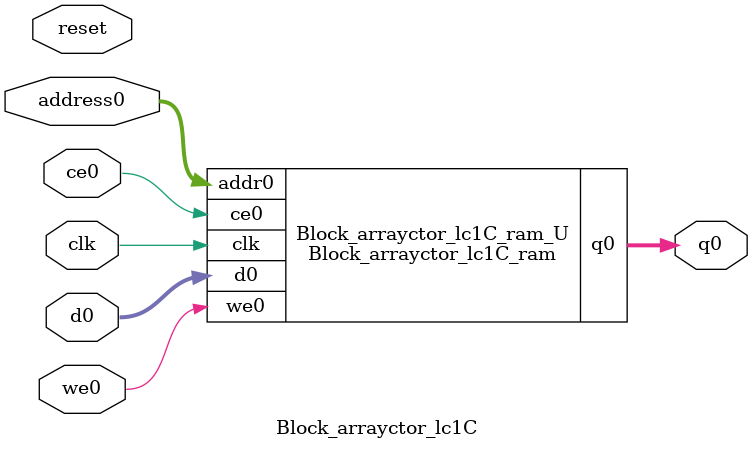
<source format=v>
`timescale 1 ns / 1 ps
module Block_arrayctor_lc1C_ram (addr0, ce0, d0, we0, q0,  clk);

parameter DWIDTH = 5;
parameter AWIDTH = 5;
parameter MEM_SIZE = 32;

input[AWIDTH-1:0] addr0;
input ce0;
input[DWIDTH-1:0] d0;
input we0;
output reg[DWIDTH-1:0] q0;
input clk;

(* ram_style = "distributed" *)reg [DWIDTH-1:0] ram[0:MEM_SIZE-1];




always @(posedge clk)  
begin 
    if (ce0) begin
        if (we0) 
            ram[addr0] <= d0; 
        q0 <= ram[addr0];
    end
end


endmodule

`timescale 1 ns / 1 ps
module Block_arrayctor_lc1C(
    reset,
    clk,
    address0,
    ce0,
    we0,
    d0,
    q0);

parameter DataWidth = 32'd5;
parameter AddressRange = 32'd32;
parameter AddressWidth = 32'd5;
input reset;
input clk;
input[AddressWidth - 1:0] address0;
input ce0;
input we0;
input[DataWidth - 1:0] d0;
output[DataWidth - 1:0] q0;



Block_arrayctor_lc1C_ram Block_arrayctor_lc1C_ram_U(
    .clk( clk ),
    .addr0( address0 ),
    .ce0( ce0 ),
    .we0( we0 ),
    .d0( d0 ),
    .q0( q0 ));

endmodule


</source>
